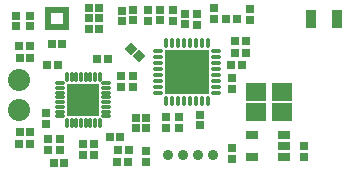
<source format=gts>
%TF.GenerationSoftware,Altium Limited,Altium Designer,24.5.2 (23)*%
G04 Layer_Color=8388736*
%FSLAX45Y45*%
%MOMM*%
%TF.SameCoordinates,D9EDD973-4EFE-478D-9CC6-8A1B8994CF0D*%
%TF.FilePolarity,Negative*%
%TF.FileFunction,Soldermask,Top*%
%TF.Part,Single*%
G01*
G75*
%TA.AperFunction,SMDPad,CuDef*%
%ADD44R,2.70000X2.70000*%
%ADD45O,0.30000X0.90000*%
%ADD46O,0.90000X0.30000*%
%ADD47R,0.72000X0.69000*%
%ADD48R,0.80000X0.72000*%
%ADD49R,0.72000X0.80000*%
%ADD50R,0.75000X0.65000*%
%ADD51R,0.69000X0.72000*%
%ADD52R,0.58000X0.52000*%
%ADD53R,0.52000X0.59000*%
%ADD54R,0.59000X0.52000*%
%ADD55R,0.84000X1.57000*%
G04:AMPARAMS|DCode=56|XSize=0.72mm|YSize=0.8mm|CornerRadius=0mm|HoleSize=0mm|Usage=FLASHONLY|Rotation=225.000|XOffset=0mm|YOffset=0mm|HoleType=Round|Shape=Rectangle|*
%AMROTATEDRECTD56*
4,1,4,-0.02829,0.53740,0.53740,-0.02829,0.02829,-0.53740,-0.53740,0.02829,-0.02829,0.53740,0.0*
%
%ADD56ROTATEDRECTD56*%

%ADD57R,0.65000X0.75000*%
%ADD58R,1.10000X0.70000*%
%ADD59R,1.80000X1.60000*%
%ADD60O,0.35000X0.90000*%
%ADD61O,0.90000X0.35000*%
%ADD62R,3.80000X3.80000*%
%TA.AperFunction,ComponentPad*%
%ADD63C,1.87800*%
%ADD64C,0.90000*%
D44*
X210412Y631400D02*
D03*
D45*
X70412Y826400D02*
D03*
X150412Y826400D02*
D03*
X190413D02*
D03*
X230412D02*
D03*
X270412D02*
D03*
X310412D02*
D03*
X350412D02*
D03*
Y436400D02*
D03*
X310412D02*
D03*
X270412D02*
D03*
X230412Y436400D02*
D03*
X190413Y436400D02*
D03*
X150412Y436400D02*
D03*
X110413Y436400D02*
D03*
X70412Y436400D02*
D03*
X110413Y826400D02*
D03*
D46*
X405412Y771400D02*
D03*
X405413Y731400D02*
D03*
X405412Y691400D02*
D03*
X405413Y651400D02*
D03*
Y611400D02*
D03*
X405412Y571400D02*
D03*
X405413Y531400D02*
D03*
X405412Y491400D02*
D03*
X15412D02*
D03*
X15412Y531400D02*
D03*
Y571400D02*
D03*
Y611400D02*
D03*
Y651400D02*
D03*
X15412Y691400D02*
D03*
X15412Y731400D02*
D03*
X15412Y771400D02*
D03*
D47*
X1071262Y1361173D02*
D03*
Y1270173D02*
D03*
D48*
X327900Y977899D02*
D03*
X419900Y977899D02*
D03*
X-242273Y256448D02*
D03*
X-334273Y256448D02*
D03*
X-240481Y1084272D02*
D03*
X-332481D02*
D03*
X-4800Y927100D02*
D03*
X-96800D02*
D03*
X211373Y260612D02*
D03*
X303373Y260613D02*
D03*
X210482Y161976D02*
D03*
X302482Y161976D02*
D03*
X50481Y98414D02*
D03*
X-41519D02*
D03*
X504350Y205387D02*
D03*
X596350Y205387D02*
D03*
X-58700Y1104900D02*
D03*
X33300D02*
D03*
X1460124Y923569D02*
D03*
X1552124D02*
D03*
X1497355Y1025632D02*
D03*
X1589355D02*
D03*
X1498225Y1130034D02*
D03*
X1590225D02*
D03*
D49*
X632081Y834622D02*
D03*
Y742622D02*
D03*
X533400Y833400D02*
D03*
Y741400D02*
D03*
X-101730Y519589D02*
D03*
X-101731Y427590D02*
D03*
X16254Y301464D02*
D03*
X16254Y209464D02*
D03*
X740872Y106113D02*
D03*
Y198113D02*
D03*
X-85292Y301166D02*
D03*
X-85293Y209166D02*
D03*
X-244494Y1251883D02*
D03*
Y1343884D02*
D03*
X-355668Y1251529D02*
D03*
Y1343529D02*
D03*
X1019113Y481206D02*
D03*
Y389206D02*
D03*
X913363Y390265D02*
D03*
Y482265D02*
D03*
X1471201Y811753D02*
D03*
Y719753D02*
D03*
X758116Y1301741D02*
D03*
Y1393741D02*
D03*
X1168895Y1264667D02*
D03*
Y1356667D02*
D03*
X861478Y1394722D02*
D03*
Y1302722D02*
D03*
X971200Y1392398D02*
D03*
Y1300398D02*
D03*
X1317281Y1311717D02*
D03*
Y1403717D02*
D03*
X1625603Y1307984D02*
D03*
Y1399984D02*
D03*
X2077090Y148782D02*
D03*
Y240782D02*
D03*
X1473200Y131800D02*
D03*
Y223800D02*
D03*
D50*
X-326520Y985106D02*
D03*
X-241519D02*
D03*
X-325086Y356167D02*
D03*
X-240086Y356167D02*
D03*
X521535Y315683D02*
D03*
X436535D02*
D03*
X262300Y1320800D02*
D03*
X347300D02*
D03*
X262300Y1409700D02*
D03*
X347300D02*
D03*
X262300Y1231900D02*
D03*
X347300D02*
D03*
D51*
X589586Y101844D02*
D03*
X498585D02*
D03*
X1421198Y1310876D02*
D03*
X1512198D02*
D03*
D52*
X-85536Y1244269D02*
D03*
X64464Y1394269D02*
D03*
Y1244269D02*
D03*
X-85536Y1394269D02*
D03*
D53*
X14465Y1244269D02*
D03*
X-35535D02*
D03*
X14465Y1394269D02*
D03*
X-35535D02*
D03*
D54*
X64464Y1344269D02*
D03*
Y1294269D02*
D03*
X-85536D02*
D03*
Y1344269D02*
D03*
D55*
X2357259Y1310876D02*
D03*
X2140259D02*
D03*
D56*
X617536Y1062378D02*
D03*
X682590Y997324D02*
D03*
D57*
X627533Y1307957D02*
D03*
Y1392957D02*
D03*
X654242Y395334D02*
D03*
Y480334D02*
D03*
X743142Y395334D02*
D03*
Y480334D02*
D03*
X535438Y1295547D02*
D03*
Y1380547D02*
D03*
X1201696Y500116D02*
D03*
Y415116D02*
D03*
D58*
X1637861Y145471D02*
D03*
Y335471D02*
D03*
X1912861D02*
D03*
Y240471D02*
D03*
Y145471D02*
D03*
D59*
X1891348Y524222D02*
D03*
Y694222D02*
D03*
X1671348Y524222D02*
D03*
Y694222D02*
D03*
D60*
X1264196Y1108287D02*
D03*
X1214196D02*
D03*
X1164196D02*
D03*
X1114196D02*
D03*
X1064196D02*
D03*
X1014196D02*
D03*
X964196D02*
D03*
X914196D02*
D03*
Y623287D02*
D03*
X964196D02*
D03*
X1014196D02*
D03*
X1064196D02*
D03*
X1114196D02*
D03*
X1164196D02*
D03*
X1214196D02*
D03*
X1264196D02*
D03*
D61*
X846696Y1040787D02*
D03*
Y990787D02*
D03*
Y940787D02*
D03*
Y890787D02*
D03*
Y840787D02*
D03*
Y790787D02*
D03*
Y740787D02*
D03*
Y690787D02*
D03*
X1331696D02*
D03*
Y740787D02*
D03*
Y790787D02*
D03*
Y840787D02*
D03*
Y890787D02*
D03*
Y940787D02*
D03*
Y990787D02*
D03*
Y1040787D02*
D03*
D62*
X1089196Y865787D02*
D03*
D63*
X-330486Y800142D02*
D03*
X-330486Y546142D02*
D03*
D64*
X1309237Y166877D02*
D03*
X1182237D02*
D03*
X1055237D02*
D03*
X928237D02*
D03*
%TF.MD5,5385be129da56f0269e6037d98c0d49d*%
M02*

</source>
